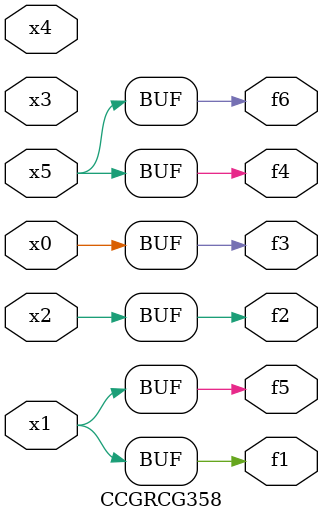
<source format=v>
module CCGRCG358(
	input x0, x1, x2, x3, x4, x5,
	output f1, f2, f3, f4, f5, f6
);
	assign f1 = x1;
	assign f2 = x2;
	assign f3 = x0;
	assign f4 = x5;
	assign f5 = x1;
	assign f6 = x5;
endmodule

</source>
